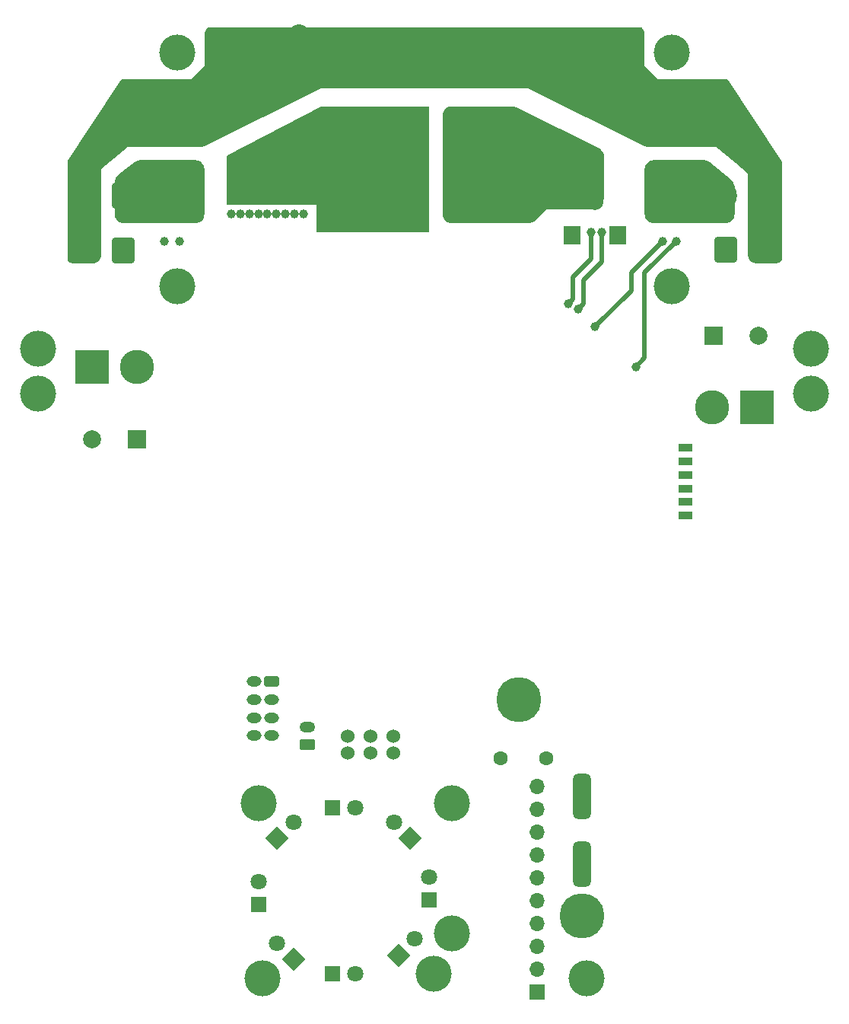
<source format=gbr>
G04 #@! TF.GenerationSoftware,KiCad,Pcbnew,(6.0.8)*
G04 #@! TF.CreationDate,2022-11-30T08:40:48+09:00*
G04 #@! TF.ProjectId,ORION_boost_v3,4f52494f-4e5f-4626-9f6f-73745f76332e,rev?*
G04 #@! TF.SameCoordinates,Original*
G04 #@! TF.FileFunction,Copper,L3,Inr*
G04 #@! TF.FilePolarity,Positive*
%FSLAX46Y46*%
G04 Gerber Fmt 4.6, Leading zero omitted, Abs format (unit mm)*
G04 Created by KiCad (PCBNEW (6.0.8)) date 2022-11-30 08:40:48*
%MOMM*%
%LPD*%
G01*
G04 APERTURE LIST*
G04 Aperture macros list*
%AMRoundRect*
0 Rectangle with rounded corners*
0 $1 Rounding radius*
0 $2 $3 $4 $5 $6 $7 $8 $9 X,Y pos of 4 corners*
0 Add a 4 corners polygon primitive as box body*
4,1,4,$2,$3,$4,$5,$6,$7,$8,$9,$2,$3,0*
0 Add four circle primitives for the rounded corners*
1,1,$1+$1,$2,$3*
1,1,$1+$1,$4,$5*
1,1,$1+$1,$6,$7*
1,1,$1+$1,$8,$9*
0 Add four rect primitives between the rounded corners*
20,1,$1+$1,$2,$3,$4,$5,0*
20,1,$1+$1,$4,$5,$6,$7,0*
20,1,$1+$1,$6,$7,$8,$9,0*
20,1,$1+$1,$8,$9,$2,$3,0*%
%AMRotRect*
0 Rectangle, with rotation*
0 The origin of the aperture is its center*
0 $1 length*
0 $2 width*
0 $3 Rotation angle, in degrees counterclockwise*
0 Add horizontal line*
21,1,$1,$2,0,0,$3*%
G04 Aperture macros list end*
G04 #@! TA.AperFunction,ComponentPad*
%ADD10RoundRect,0.250000X-0.980000X-1.150000X0.980000X-1.150000X0.980000X1.150000X-0.980000X1.150000X0*%
G04 #@! TD*
G04 #@! TA.AperFunction,ComponentPad*
%ADD11O,2.460000X2.800000*%
G04 #@! TD*
G04 #@! TA.AperFunction,ComponentPad*
%ADD12R,3.800000X3.800000*%
G04 #@! TD*
G04 #@! TA.AperFunction,ComponentPad*
%ADD13C,3.800000*%
G04 #@! TD*
G04 #@! TA.AperFunction,ComponentPad*
%ADD14C,1.524000*%
G04 #@! TD*
G04 #@! TA.AperFunction,ComponentPad*
%ADD15RoundRect,0.250000X-0.575000X0.350000X-0.575000X-0.350000X0.575000X-0.350000X0.575000X0.350000X0*%
G04 #@! TD*
G04 #@! TA.AperFunction,ComponentPad*
%ADD16O,1.650000X1.200000*%
G04 #@! TD*
G04 #@! TA.AperFunction,ComponentPad*
%ADD17C,1.600000*%
G04 #@! TD*
G04 #@! TA.AperFunction,ComponentPad*
%ADD18R,1.700000X1.700000*%
G04 #@! TD*
G04 #@! TA.AperFunction,ComponentPad*
%ADD19O,1.700000X1.700000*%
G04 #@! TD*
G04 #@! TA.AperFunction,ComponentPad*
%ADD20C,5.000000*%
G04 #@! TD*
G04 #@! TA.AperFunction,ComponentPad*
%ADD21RoundRect,0.500000X-0.500000X2.000000X-0.500000X-2.000000X0.500000X-2.000000X0.500000X2.000000X0*%
G04 #@! TD*
G04 #@! TA.AperFunction,ComponentPad*
%ADD22R,2.000000X2.000000*%
G04 #@! TD*
G04 #@! TA.AperFunction,ComponentPad*
%ADD23C,2.000000*%
G04 #@! TD*
G04 #@! TA.AperFunction,ComponentPad*
%ADD24RoundRect,0.250000X0.980000X1.150000X-0.980000X1.150000X-0.980000X-1.150000X0.980000X-1.150000X0*%
G04 #@! TD*
G04 #@! TA.AperFunction,ComponentPad*
%ADD25RoundRect,0.225000X0.575000X-0.225000X0.575000X0.225000X-0.575000X0.225000X-0.575000X-0.225000X0*%
G04 #@! TD*
G04 #@! TA.AperFunction,ComponentPad*
%ADD26RoundRect,0.250000X0.625000X-0.350000X0.625000X0.350000X-0.625000X0.350000X-0.625000X-0.350000X0*%
G04 #@! TD*
G04 #@! TA.AperFunction,ComponentPad*
%ADD27O,1.750000X1.200000*%
G04 #@! TD*
G04 #@! TA.AperFunction,ComponentPad*
%ADD28RotRect,1.800000X1.800000X45.000000*%
G04 #@! TD*
G04 #@! TA.AperFunction,ComponentPad*
%ADD29C,1.800000*%
G04 #@! TD*
G04 #@! TA.AperFunction,ComponentPad*
%ADD30R,1.800000X1.800000*%
G04 #@! TD*
G04 #@! TA.AperFunction,ComponentPad*
%ADD31R,1.905000X2.000000*%
G04 #@! TD*
G04 #@! TA.AperFunction,ComponentPad*
%ADD32O,1.905000X2.000000*%
G04 #@! TD*
G04 #@! TA.AperFunction,ComponentPad*
%ADD33C,2.200000*%
G04 #@! TD*
G04 #@! TA.AperFunction,ComponentPad*
%ADD34RotRect,1.800000X1.800000X135.000000*%
G04 #@! TD*
G04 #@! TA.AperFunction,ViaPad*
%ADD35C,4.000000*%
G04 #@! TD*
G04 #@! TA.AperFunction,ViaPad*
%ADD36C,1.000000*%
G04 #@! TD*
G04 #@! TA.AperFunction,Conductor*
%ADD37C,0.500000*%
G04 #@! TD*
G04 APERTURE END LIST*
D10*
X158520000Y-74950000D03*
D11*
X162480000Y-74950000D03*
D12*
X88000000Y-88000000D03*
D13*
X93000000Y-88000000D03*
D14*
X121540000Y-130951000D03*
X119000000Y-130951000D03*
X116460000Y-130951000D03*
D15*
X108000000Y-123000000D03*
D16*
X106000000Y-123000000D03*
X108000000Y-125000000D03*
X106000000Y-125000000D03*
X108000000Y-127000000D03*
X106000000Y-127000000D03*
X108000000Y-129000000D03*
X106000000Y-129000000D03*
D17*
X133500000Y-131500000D03*
X138500000Y-131500000D03*
D18*
X137500000Y-157500000D03*
D19*
X137500000Y-154960000D03*
X137500000Y-152420000D03*
X137500000Y-149880000D03*
X137500000Y-147340000D03*
X137500000Y-144800000D03*
X137500000Y-142260000D03*
X137500000Y-139720000D03*
X137500000Y-137180000D03*
X137500000Y-134640000D03*
D20*
X142500000Y-149000000D03*
D12*
X162000000Y-92500000D03*
D13*
X157000000Y-92500000D03*
D21*
X142500000Y-135750000D03*
X142500000Y-143250000D03*
D20*
X135500000Y-125000000D03*
D22*
X157132323Y-84500000D03*
D23*
X162132323Y-84500000D03*
D24*
X91480000Y-75050000D03*
D11*
X87520000Y-75050000D03*
D22*
X93000000Y-96000000D03*
D23*
X88000000Y-96000000D03*
D25*
X154050000Y-104500000D03*
X154050000Y-103000000D03*
X154050000Y-101500000D03*
X154050000Y-100000000D03*
X154050000Y-98500000D03*
X154050000Y-97000000D03*
D14*
X116460000Y-129049000D03*
X119000000Y-129049000D03*
X121540000Y-129049000D03*
D26*
X111950000Y-130000000D03*
D27*
X111950000Y-128000000D03*
D28*
X108598439Y-140401561D03*
D29*
X110394490Y-138605510D03*
D24*
X91480000Y-68950000D03*
D11*
X87520000Y-68950000D03*
D30*
X106500000Y-147775000D03*
D29*
X106500000Y-145235000D03*
D28*
X122098439Y-153401561D03*
D29*
X123894490Y-151605510D03*
D31*
X146540000Y-73310000D03*
D32*
X144000000Y-69500000D03*
D31*
X141460000Y-73310000D03*
D30*
X114725000Y-137000000D03*
D29*
X117265000Y-137000000D03*
D30*
X125500000Y-147275000D03*
D29*
X125500000Y-144735000D03*
D33*
X111000000Y-51000000D03*
X111000000Y-66000000D03*
D24*
X162480000Y-68950000D03*
D11*
X158520000Y-68950000D03*
D34*
X123401561Y-140401561D03*
D29*
X121605510Y-138605510D03*
D34*
X110401561Y-153901561D03*
D29*
X108605510Y-152105510D03*
D30*
X114725000Y-155500000D03*
D29*
X117265000Y-155500000D03*
D35*
X107000000Y-156000000D03*
X168000000Y-86000000D03*
X97500000Y-79000000D03*
X82000000Y-91000000D03*
X82000000Y-86000000D03*
X97500000Y-53000000D03*
X168000000Y-91000000D03*
X143000000Y-156000000D03*
X152500000Y-79000000D03*
X128000000Y-151000000D03*
X152500000Y-53000000D03*
X106500000Y-136500000D03*
X126000000Y-155500000D03*
X128000000Y-136500000D03*
D36*
X104500000Y-71000000D03*
X105500000Y-71000000D03*
X109500000Y-71000000D03*
X103500000Y-71000000D03*
X107500000Y-71000000D03*
X110500000Y-71000000D03*
X108500000Y-71000000D03*
X106500000Y-71000000D03*
X111500000Y-71000000D03*
X141000000Y-81000000D03*
X143500000Y-73000000D03*
X151500000Y-74000000D03*
X144000000Y-83500000D03*
X109500000Y-68000000D03*
X121500000Y-72500000D03*
X112000000Y-60500000D03*
X104500000Y-68000000D03*
X105500000Y-68000000D03*
X124500000Y-72500000D03*
X103500000Y-68000000D03*
X106500000Y-68000000D03*
X110500000Y-68000000D03*
X112000000Y-63500000D03*
X115500000Y-72500000D03*
X118500000Y-72500000D03*
X112000000Y-64500000D03*
X112500000Y-68000000D03*
X120000000Y-72500000D03*
X111500000Y-68000000D03*
X117000000Y-72500000D03*
X114000000Y-72500000D03*
X123000000Y-72500000D03*
X108500000Y-68000000D03*
X107500000Y-68000000D03*
X112000000Y-62500000D03*
X112000000Y-61500000D03*
X139500000Y-62500000D03*
X141500000Y-63000000D03*
X137000000Y-70000000D03*
X143000000Y-64000000D03*
X144500000Y-66000000D03*
X127500000Y-69000000D03*
X140000000Y-70000000D03*
X127500000Y-64500000D03*
X144500000Y-67500000D03*
X132500000Y-70000000D03*
X144500000Y-64500000D03*
X135500000Y-70000000D03*
X127500000Y-66000000D03*
X127500000Y-61500000D03*
X134000000Y-70000000D03*
X141500000Y-70000000D03*
X127500000Y-60000000D03*
X127500000Y-63000000D03*
X138500000Y-70000000D03*
X127500000Y-67500000D03*
X142124500Y-81536434D03*
X144699503Y-73000000D03*
X96000000Y-74000000D03*
X153000000Y-74000000D03*
X148500000Y-88000000D03*
X97699503Y-74000000D03*
D37*
X143500000Y-76000000D02*
X141500000Y-78000000D01*
X141500000Y-78000000D02*
X141500000Y-80500000D01*
X141500000Y-80500000D02*
X141000000Y-81000000D01*
X143500000Y-73000000D02*
X143500000Y-76000000D01*
X144000000Y-83500000D02*
X148000000Y-79500000D01*
X148000000Y-77500000D02*
X151500000Y-74000000D01*
X148000000Y-79500000D02*
X148000000Y-77500000D01*
X142699503Y-80961431D02*
X142124500Y-81536434D01*
X144699503Y-73000000D02*
X144699503Y-76300497D01*
X144699503Y-76300497D02*
X142699503Y-78300497D01*
X142699503Y-78300497D02*
X142699503Y-80961431D01*
X148500000Y-88000000D02*
X149500000Y-87000000D01*
X149500000Y-87000000D02*
X149500000Y-77500000D01*
X149500000Y-77500000D02*
X153000000Y-74000000D01*
G04 #@! TA.AperFunction,Conductor*
G36*
X125442121Y-59020002D02*
G01*
X125488614Y-59073658D01*
X125500000Y-59126000D01*
X125500000Y-72874000D01*
X125479998Y-72942121D01*
X125426342Y-72988614D01*
X125374000Y-73000000D01*
X113126000Y-73000000D01*
X113057879Y-72979998D01*
X113011386Y-72926342D01*
X113000000Y-72874000D01*
X113000000Y-70000000D01*
X103126000Y-70000000D01*
X103057879Y-69979998D01*
X103011386Y-69926342D01*
X103000000Y-69874000D01*
X103000000Y-64576240D01*
X103020002Y-64508119D01*
X103067535Y-64464625D01*
X113472538Y-59014385D01*
X113531003Y-59000000D01*
X125374000Y-59000000D01*
X125442121Y-59020002D01*
G37*
G04 #@! TD.AperFunction*
G04 #@! TA.AperFunction,Conductor*
G36*
X99506163Y-65000607D02*
G01*
X99682740Y-65017999D01*
X99706957Y-65022815D01*
X99870809Y-65072518D01*
X99893629Y-65081971D01*
X100044631Y-65162683D01*
X100065158Y-65176399D01*
X100197521Y-65285026D01*
X100214974Y-65302479D01*
X100323601Y-65434842D01*
X100337319Y-65455372D01*
X100418029Y-65606371D01*
X100427482Y-65629190D01*
X100477185Y-65793043D01*
X100482002Y-65817263D01*
X100499393Y-65993837D01*
X100500000Y-66006187D01*
X100500000Y-70993813D01*
X100499393Y-71006163D01*
X100482002Y-71182737D01*
X100477185Y-71206957D01*
X100427482Y-71370809D01*
X100418029Y-71393629D01*
X100337319Y-71544628D01*
X100323601Y-71565158D01*
X100214974Y-71697521D01*
X100197521Y-71714974D01*
X100065158Y-71823601D01*
X100044631Y-71837317D01*
X99952417Y-71886607D01*
X99893629Y-71918029D01*
X99870810Y-71927482D01*
X99706957Y-71977185D01*
X99682740Y-71982001D01*
X99506163Y-71999393D01*
X99493813Y-72000000D01*
X97798373Y-72000000D01*
X97787501Y-71999530D01*
X97785919Y-71999393D01*
X97731006Y-71994637D01*
X97726571Y-71994881D01*
X97726567Y-71994881D01*
X97637011Y-71999810D01*
X97630087Y-72000000D01*
X96098870Y-72000000D01*
X96087998Y-71999530D01*
X96086416Y-71999393D01*
X96031503Y-71994637D01*
X96027068Y-71994881D01*
X96027064Y-71994881D01*
X95937508Y-71999810D01*
X95930584Y-72000000D01*
X91506187Y-72000000D01*
X91493837Y-71999393D01*
X91317260Y-71982001D01*
X91293043Y-71977185D01*
X91129190Y-71927482D01*
X91106371Y-71918029D01*
X91047583Y-71886607D01*
X90955369Y-71837317D01*
X90934842Y-71823601D01*
X90802479Y-71714974D01*
X90785026Y-71697521D01*
X90676399Y-71565158D01*
X90662681Y-71544628D01*
X90581971Y-71393629D01*
X90572518Y-71370809D01*
X90522815Y-71206957D01*
X90517998Y-71182737D01*
X90500607Y-71006163D01*
X90500000Y-70993813D01*
X90500000Y-67487684D01*
X90500790Y-67473601D01*
X90523402Y-67272565D01*
X90529659Y-67245101D01*
X90594024Y-67060816D01*
X90606225Y-67035430D01*
X90709919Y-66870048D01*
X90727455Y-66848006D01*
X90870318Y-66704756D01*
X90880818Y-66695346D01*
X91750000Y-66000000D01*
X92720547Y-65223562D01*
X92732086Y-65215350D01*
X92903932Y-65107064D01*
X92929398Y-65094768D01*
X93114333Y-65029896D01*
X93141896Y-65023590D01*
X93343732Y-65000796D01*
X93357873Y-65000000D01*
X99493813Y-65000000D01*
X99506163Y-65000607D01*
G37*
G04 #@! TD.AperFunction*
G04 #@! TA.AperFunction,Conductor*
G36*
X149178488Y-50270502D02*
G01*
X149190300Y-50279101D01*
X149197516Y-50285023D01*
X149214979Y-50302485D01*
X149323601Y-50434842D01*
X149337319Y-50455372D01*
X149418029Y-50606371D01*
X149427482Y-50629190D01*
X149477185Y-50793043D01*
X149482002Y-50817263D01*
X149499393Y-50993837D01*
X149500000Y-51006187D01*
X149500000Y-54500000D01*
X151000000Y-56000000D01*
X158458618Y-56000000D01*
X158470981Y-56000608D01*
X158647748Y-56018037D01*
X158672002Y-56022867D01*
X158681705Y-56025814D01*
X158741073Y-56064750D01*
X158749926Y-56076484D01*
X164728338Y-65044102D01*
X164749500Y-65113994D01*
X164749500Y-76110367D01*
X164729498Y-76178488D01*
X164720899Y-76190300D01*
X164714977Y-76197516D01*
X164697515Y-76214979D01*
X164565158Y-76323601D01*
X164544631Y-76337317D01*
X164452417Y-76386607D01*
X164393629Y-76418029D01*
X164370810Y-76427482D01*
X164206957Y-76477185D01*
X164182740Y-76482001D01*
X164006163Y-76499393D01*
X163993813Y-76500000D01*
X162006187Y-76500000D01*
X161993837Y-76499393D01*
X161817260Y-76482001D01*
X161793043Y-76477185D01*
X161629190Y-76427482D01*
X161606371Y-76418029D01*
X161547583Y-76386607D01*
X161455369Y-76337317D01*
X161434842Y-76323601D01*
X161302479Y-76214974D01*
X161285026Y-76197521D01*
X161176399Y-76065158D01*
X161162681Y-76044628D01*
X161081971Y-75893629D01*
X161072518Y-75870809D01*
X161022815Y-75706957D01*
X161017998Y-75682737D01*
X161000607Y-75506163D01*
X161000000Y-75493813D01*
X161000000Y-66500000D01*
X159603239Y-65302776D01*
X157780867Y-63740743D01*
X157780866Y-63740742D01*
X157500000Y-63500000D01*
X149743383Y-63500000D01*
X149728811Y-63499154D01*
X149520884Y-63474944D01*
X149492523Y-63468250D01*
X149295718Y-63396915D01*
X149282320Y-63391160D01*
X136500000Y-57000000D01*
X113500000Y-57000000D01*
X100717680Y-63391160D01*
X100704282Y-63396915D01*
X100507477Y-63468250D01*
X100479116Y-63474944D01*
X100271189Y-63499154D01*
X100256617Y-63500000D01*
X92000000Y-63500000D01*
X89000000Y-66000000D01*
X89000000Y-75493813D01*
X88999393Y-75506163D01*
X88982002Y-75682737D01*
X88977185Y-75706957D01*
X88927482Y-75870809D01*
X88918029Y-75893629D01*
X88837319Y-76044628D01*
X88823601Y-76065158D01*
X88714974Y-76197521D01*
X88697521Y-76214974D01*
X88565158Y-76323601D01*
X88544631Y-76337317D01*
X88452417Y-76386607D01*
X88393629Y-76418029D01*
X88370810Y-76427482D01*
X88206957Y-76477185D01*
X88182740Y-76482001D01*
X88006163Y-76499393D01*
X87993813Y-76500000D01*
X86006187Y-76500000D01*
X85993837Y-76499393D01*
X85817260Y-76482001D01*
X85793043Y-76477185D01*
X85629190Y-76427482D01*
X85606371Y-76418029D01*
X85547583Y-76386607D01*
X85455369Y-76337317D01*
X85434842Y-76323601D01*
X85302485Y-76214979D01*
X85285023Y-76197516D01*
X85279101Y-76190300D01*
X85251347Y-76124953D01*
X85250500Y-76110367D01*
X85250500Y-65113994D01*
X85271662Y-65044102D01*
X87752791Y-61322409D01*
X91250075Y-56076483D01*
X91304504Y-56030898D01*
X91318304Y-56025811D01*
X91328006Y-56022865D01*
X91352252Y-56018037D01*
X91529019Y-56000608D01*
X91541382Y-56000000D01*
X99000000Y-56000000D01*
X100500000Y-54500000D01*
X100500000Y-51006187D01*
X100500607Y-50993837D01*
X100517998Y-50817263D01*
X100522815Y-50793043D01*
X100572518Y-50629190D01*
X100581971Y-50606371D01*
X100662681Y-50455372D01*
X100676399Y-50434842D01*
X100785021Y-50302485D01*
X100802484Y-50285023D01*
X100809700Y-50279101D01*
X100875047Y-50251347D01*
X100889633Y-50250500D01*
X149110367Y-50250500D01*
X149178488Y-50270502D01*
G37*
G04 #@! TD.AperFunction*
G04 #@! TA.AperFunction,Conductor*
G36*
X156145206Y-65000844D02*
G01*
X156352909Y-65025002D01*
X156381245Y-65031684D01*
X156570946Y-65100365D01*
X156596986Y-65113368D01*
X156772028Y-65227788D01*
X156783745Y-65236455D01*
X159134875Y-67195730D01*
X159144971Y-67205125D01*
X159282193Y-67347619D01*
X159299014Y-67369426D01*
X159398381Y-67532398D01*
X159410056Y-67557324D01*
X159471645Y-67738002D01*
X159477626Y-67764877D01*
X159499245Y-67961508D01*
X159500000Y-67975278D01*
X159500000Y-70993813D01*
X159499393Y-71006163D01*
X159482002Y-71182737D01*
X159477185Y-71206957D01*
X159427482Y-71370809D01*
X159418029Y-71393629D01*
X159337319Y-71544628D01*
X159323601Y-71565158D01*
X159214974Y-71697521D01*
X159197521Y-71714974D01*
X159065158Y-71823601D01*
X159044631Y-71837317D01*
X158952417Y-71886607D01*
X158893629Y-71918029D01*
X158870810Y-71927482D01*
X158706957Y-71977185D01*
X158682740Y-71982001D01*
X158506163Y-71999393D01*
X158493813Y-72000000D01*
X153098870Y-72000000D01*
X153087998Y-71999530D01*
X153086416Y-71999393D01*
X153031503Y-71994637D01*
X153027068Y-71994881D01*
X153027064Y-71994881D01*
X152937508Y-71999810D01*
X152930584Y-72000000D01*
X151598870Y-72000000D01*
X151587998Y-71999530D01*
X151586416Y-71999393D01*
X151531503Y-71994637D01*
X151527068Y-71994881D01*
X151527064Y-71994881D01*
X151437508Y-71999810D01*
X151430584Y-72000000D01*
X150506187Y-72000000D01*
X150493837Y-71999393D01*
X150317260Y-71982001D01*
X150293043Y-71977185D01*
X150129190Y-71927482D01*
X150106371Y-71918029D01*
X150047583Y-71886607D01*
X149955369Y-71837317D01*
X149934842Y-71823601D01*
X149802479Y-71714974D01*
X149785026Y-71697521D01*
X149676399Y-71565158D01*
X149662681Y-71544628D01*
X149581971Y-71393629D01*
X149572518Y-71370809D01*
X149522815Y-71206957D01*
X149517998Y-71182737D01*
X149500607Y-71006163D01*
X149500000Y-70993813D01*
X149500000Y-66006187D01*
X149500607Y-65993837D01*
X149517998Y-65817263D01*
X149522815Y-65793043D01*
X149572518Y-65629190D01*
X149581971Y-65606371D01*
X149662681Y-65455372D01*
X149676399Y-65434842D01*
X149785026Y-65302479D01*
X149802479Y-65285026D01*
X149934842Y-65176399D01*
X149955369Y-65162683D01*
X150106371Y-65081971D01*
X150129191Y-65072518D01*
X150293043Y-65022815D01*
X150317260Y-65017999D01*
X150493837Y-65000607D01*
X150506187Y-65000000D01*
X156130649Y-65000000D01*
X156145206Y-65000844D01*
G37*
G04 #@! TD.AperFunction*
G04 #@! TA.AperFunction,Conductor*
G36*
X134771189Y-59000846D02*
G01*
X134979116Y-59025056D01*
X135007477Y-59031750D01*
X135204282Y-59103085D01*
X135217680Y-59108840D01*
X144442023Y-63721012D01*
X144452140Y-63726668D01*
X144593831Y-63814695D01*
X144612335Y-63828709D01*
X144731145Y-63937288D01*
X144746767Y-63954463D01*
X144843633Y-64082991D01*
X144855839Y-64102740D01*
X144927482Y-64246866D01*
X144935857Y-64268521D01*
X144979838Y-64423341D01*
X144984098Y-64446164D01*
X144999464Y-64612241D01*
X145000000Y-64623849D01*
X145000000Y-69079599D01*
X144999393Y-69091949D01*
X144982002Y-69268524D01*
X144977185Y-69292744D01*
X144927482Y-69456596D01*
X144918029Y-69479416D01*
X144837320Y-69630412D01*
X144823597Y-69650950D01*
X144711029Y-69788114D01*
X144702725Y-69797275D01*
X144297275Y-70202725D01*
X144288114Y-70211029D01*
X144150950Y-70323597D01*
X144130412Y-70337320D01*
X143979416Y-70418029D01*
X143956597Y-70427482D01*
X143792744Y-70477185D01*
X143768527Y-70482001D01*
X143591949Y-70499393D01*
X143579599Y-70500000D01*
X138500000Y-70500000D01*
X137297275Y-71702725D01*
X137288114Y-71711029D01*
X137150950Y-71823597D01*
X137130412Y-71837320D01*
X136979416Y-71918029D01*
X136956597Y-71927482D01*
X136792744Y-71977185D01*
X136768527Y-71982001D01*
X136591949Y-71999393D01*
X136579599Y-72000000D01*
X128006187Y-72000000D01*
X127993837Y-71999393D01*
X127817260Y-71982001D01*
X127793043Y-71977185D01*
X127629190Y-71927482D01*
X127606371Y-71918029D01*
X127547583Y-71886607D01*
X127455369Y-71837317D01*
X127434842Y-71823601D01*
X127302479Y-71714974D01*
X127285026Y-71697521D01*
X127176399Y-71565158D01*
X127162681Y-71544628D01*
X127081971Y-71393629D01*
X127072518Y-71370809D01*
X127022815Y-71206957D01*
X127017998Y-71182737D01*
X127000607Y-71006163D01*
X127000000Y-70993813D01*
X127000000Y-60006187D01*
X127000607Y-59993837D01*
X127017998Y-59817263D01*
X127022815Y-59793043D01*
X127072518Y-59629190D01*
X127081971Y-59606371D01*
X127162681Y-59455372D01*
X127176399Y-59434842D01*
X127285026Y-59302479D01*
X127302479Y-59285026D01*
X127434842Y-59176399D01*
X127455369Y-59162683D01*
X127606371Y-59081971D01*
X127629191Y-59072518D01*
X127793043Y-59022815D01*
X127817260Y-59017999D01*
X127993837Y-59000607D01*
X128006187Y-59000000D01*
X134756617Y-59000000D01*
X134771189Y-59000846D01*
G37*
G04 #@! TD.AperFunction*
M02*

</source>
